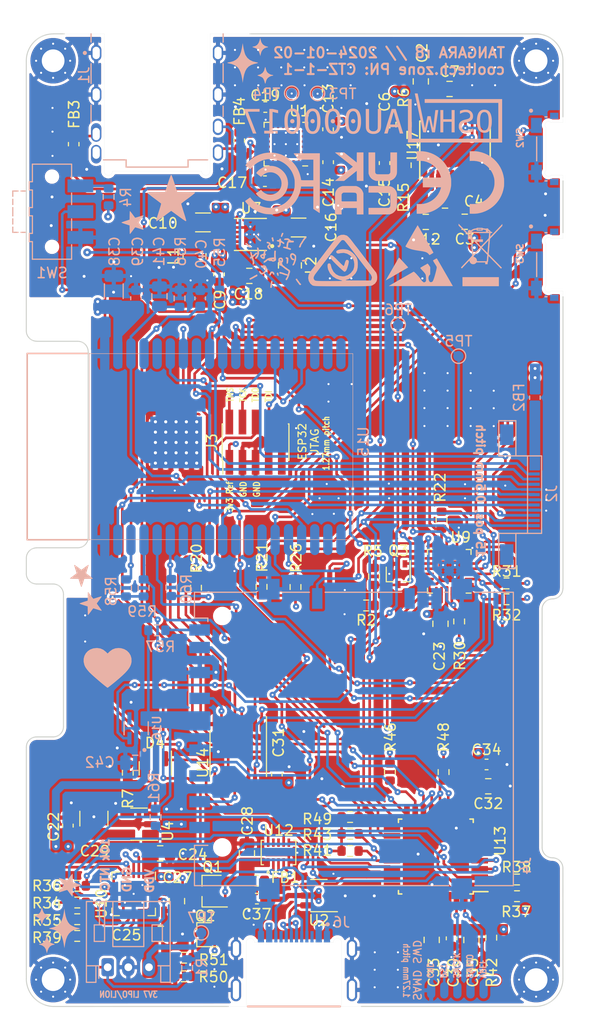
<source format=kicad_pcb>
(kicad_pcb (version 20221018) (generator pcbnew)

  (general
    (thickness 1.566672)
  )

  (paper "A4")
  (title_block
    (comment 4 "AISLER Project ID: ATEUINQR")
  )

  (layers
    (0 "F.Cu" signal)
    (1 "In1.Cu" signal)
    (2 "In2.Cu" signal)
    (31 "B.Cu" signal)
    (32 "B.Adhes" user "B.Adhesive")
    (33 "F.Adhes" user "F.Adhesive")
    (34 "B.Paste" user)
    (35 "F.Paste" user)
    (36 "B.SilkS" user "B.Silkscreen")
    (37 "F.SilkS" user "F.Silkscreen")
    (38 "B.Mask" user)
    (39 "F.Mask" user)
    (40 "Dwgs.User" user "User.Drawings")
    (41 "Cmts.User" user "User.Comments")
    (42 "Eco1.User" user "User.Eco1")
    (43 "Eco2.User" user "User.Eco2")
    (44 "Edge.Cuts" user)
    (45 "Margin" user)
    (46 "B.CrtYd" user "B.Courtyard")
    (47 "F.CrtYd" user "F.Courtyard")
    (48 "B.Fab" user)
    (49 "F.Fab" user)
    (50 "User.1" user)
    (51 "User.2" user)
    (52 "User.3" user)
    (53 "User.4" user)
    (54 "User.5" user)
    (55 "User.6" user)
    (56 "User.7" user)
    (57 "User.8" user)
    (58 "User.9" user)
  )

  (setup
    (stackup
      (layer "F.SilkS" (type "Top Silk Screen") (color "White"))
      (layer "F.Paste" (type "Top Solder Paste"))
      (layer "F.Mask" (type "Top Solder Mask") (color "Purple") (thickness 0.0254))
      (layer "F.Cu" (type "copper") (thickness 0.04318))
      (layer "dielectric 1" (type "prepreg") (thickness 0.202184) (material "FR408-HR") (epsilon_r 3.69) (loss_tangent 0.0091))
      (layer "In1.Cu" (type "copper") (thickness 0.017272))
      (layer "dielectric 2" (type "core") (thickness 0.9906) (material "FR408-HR") (epsilon_r 3.69) (loss_tangent 0.0091))
      (layer "In2.Cu" (type "copper") (thickness 0.017272))
      (layer "dielectric 3" (type "prepreg") (thickness 0.202184) (material "FR408-HR") (epsilon_r 3.69) (loss_tangent 0.0091))
      (layer "B.Cu" (type "copper") (thickness 0.04318))
      (layer "B.Mask" (type "Bottom Solder Mask") (color "Purple") (thickness 0.0254))
      (layer "B.Paste" (type "Bottom Solder Paste"))
      (layer "B.SilkS" (type "Bottom Silk Screen") (color "White"))
      (copper_finish "None")
      (dielectric_constraints no)
    )
    (pad_to_mask_clearance 0)
    (aux_axis_origin 117.25 51)
    (pcbplotparams
      (layerselection 0x00010fc_ffffffff)
      (plot_on_all_layers_selection 0x0000000_00000000)
      (disableapertmacros false)
      (usegerberextensions true)
      (usegerberattributes true)
      (usegerberadvancedattributes true)
      (creategerberjobfile true)
      (dashed_line_dash_ratio 12.000000)
      (dashed_line_gap_ratio 3.000000)
      (svgprecision 6)
      (plotframeref false)
      (viasonmask false)
      (mode 1)
      (useauxorigin false)
      (hpglpennumber 1)
      (hpglpenspeed 20)
      (hpglpendiameter 15.000000)
      (dxfpolygonmode true)
      (dxfimperialunits true)
      (dxfusepcbnewfont true)
      (psnegative false)
      (psa4output false)
      (plotreference true)
      (plotvalue true)
      (plotinvisibletext false)
      (sketchpadsonfab false)
      (subtractmaskfromsilk false)
      (outputformat 1)
      (mirror false)
      (drillshape 0)
      (scaleselection 1)
      (outputdirectory "gerbers2")
    )
  )

  (net 0 "")
  (net 1 "GND")
  (net 2 "/ESP_EN")
  (net 3 "BAT_LEVEL")
  (net 4 "SYS_POWER")
  (net 5 "USB.DP")
  (net 6 "USB.DN")
  (net 7 "3.5mm_DETECT")
  (net 8 "/JTAG.TMS")
  (net 9 "/JTAG.TCK")
  (net 10 "/JTAG.TDO")
  (net 11 "/JTAG.TDI")
  (net 12 "/SWD.SWDIO")
  (net 13 "/SWD.SWCLK")
  (net 14 "/SWD.RESET")
  (net 15 "/Power/NTC")
  (net 16 "~{CHG_PWR_OK}")
  (net 17 "I2C.SCL")
  (net 18 "VBUS")
  (net 19 "I2C.SDA")
  (net 20 "ESP_SPI.PICO")
  (net 21 "unconnected-(U9-IO0_5-Pad6)")
  (net 22 "ESP_SPI.SCLK")
  (net 23 "ESP_SPI.DISPLAY_CS")
  (net 24 "DISPLAY_LED_EN")
  (net 25 "/ESP_BOOT")
  (net 26 "~{SD_VDD_EN}")
  (net 27 "/UART.ESP.TX")
  (net 28 "ESP_SPI.POCI")
  (net 29 "DAC.DATA")
  (net 30 "DAC.BCK")
  (net 31 "ESP_SPI.SD_CS")
  (net 32 "DAC.LRCK")
  (net 33 "SAMD_SPI.POCI")
  (net 34 "/UART.ESP.RX")
  (net 35 "SAMD_SPI.CS")
  (net 36 "SAMD_SPI.PICO")
  (net 37 "/~{SAMD_INT}")
  (net 38 "SAMD_SPI.SCLK")
  (net 39 "CHG_SEL")
  (net 40 "AMP_EN")
  (net 41 "/Power/VBUS_SWITCHED")
  (net 42 "~{GPIO_INT}")
  (net 43 "USB_TCC0")
  (net 44 "USB_TCC1")
  (net 45 "KEY_LOCK")
  (net 46 "CHG_STAT1")
  (net 47 "CHG_STAT2")
  (net 48 "~{TOUCH_INT}")
  (net 49 "DISPLAY_DR")
  (net 50 "+3V3")
  (net 51 "+5VA")
  (net 52 "-5VA")
  (net 53 "KEY_VOL_UP")
  (net 54 "Net-(J7-Pin_3)")
  (net 55 "Net-(U1B-+)")
  (net 56 "KEY_VOL_DOWN")
  (net 57 "Net-(J4-CD{slash}DAT3)")
  (net 58 "Net-(J4-CMD)")
  (net 59 "Net-(J4-CLK)")
  (net 60 "Net-(J4-DAT0)")
  (net 61 "Net-(J4-DAT1)")
  (net 62 "Net-(J4-DAT2)")
  (net 63 "unconnected-(J1-Pad6)")
  (net 64 "Net-(J6-CC1)")
  (net 65 "Net-(U13-VDDCORE)")
  (net 66 "unconnected-(J3-UART_TX-Pad7)")
  (net 67 "unconnected-(J3-UART_RX-Pad9)")
  (net 68 "unconnected-(J3-nRst-Pad10)")
  (net 69 "unconnected-(J6-SBU1-PadA8)")
  (net 70 "unconnected-(J6-SBU2-PadB8)")
  (net 71 "Net-(U7-SWN)")
  (net 72 "Net-(U7-SWP)")
  (net 73 "Net-(Q1-G)")
  (net 74 "Net-(U1A-+)")
  (net 75 "Net-(U1A--)")
  (net 76 "Net-(C17-Pad2)")
  (net 77 "Net-(U1B--)")
  (net 78 "Net-(C19-Pad2)")
  (net 79 "Net-(U14E-~{OE})")
  (net 80 "Net-(U14E-S)")
  (net 81 "SYS_PWR_EN_SAMD")
  (net 82 "Net-(U10-CE)")
  (net 83 "Net-(U10-PROG3)")
  (net 84 "Net-(U10-PROG2)")
  (net 85 "Net-(U10-PROG1)")
  (net 86 "unconnected-(U1C-NC-Pad4)")
  (net 87 "unconnected-(U1-Pad6)")
  (net 88 "unconnected-(U1-Pad7)")
  (net 89 "unconnected-(U1-Pad8)")
  (net 90 "unconnected-(U1C-NC-Pad15)")
  (net 91 "unconnected-(U12-ORIENT-Pad8)")
  (net 92 "unconnected-(U12-SWMONI-Pad9)")
  (net 93 "unconnected-(U15-I39{slash}NOINT-Pad5)")
  (net 94 "unconnected-(U15-SHD{slash}SD2-Pad17)")
  (net 95 "unconnected-(U15-SWP{slash}SD3-Pad18)")
  (net 96 "unconnected-(U15-SCS{slash}CMD-Pad19)")
  (net 97 "unconnected-(U15-SCK{slash}CLK-Pad20)")
  (net 98 "unconnected-(U15-SDO{slash}SD0-Pad21)")
  (net 99 "unconnected-(U15-SDI{slash}SD1-Pad22)")
  (net 100 "unconnected-(U15-IO16-Pad27)")
  (net 101 "unconnected-(U15-IO17-Pad28)")
  (net 102 "unconnected-(U15-NC-Pad32)")
  (net 103 "Net-(J2-Pin_13)")
  (net 104 "Net-(FB3-Pad2)")
  (net 105 "Net-(FB4-Pad2)")
  (net 106 "Net-(J4-VDD)")
  (net 107 "unconnected-(U16-NC-Pad4)")
  (net 108 "Net-(SW1-C)")
  (net 109 "Net-(Q1-S)")
  (net 110 "DAC.MCK")
  (net 111 "SD_CD")
  (net 112 "Net-(U17-CPCA)")
  (net 113 "Net-(U17-CPCB)")
  (net 114 "unconnected-(U1-Pad1)")
  (net 115 "Net-(U17-VMID)")
  (net 116 "Net-(U17-CPVOUTN)")
  (net 117 "unconnected-(U1-Pad23)")
  (net 118 "Net-(U17-LINEVOUTL)")
  (net 119 "Net-(U17-LINEVOUTR)")
  (net 120 "unconnected-(U1-Pad24)")
  (net 121 "unconnected-(U17-ZFLAG-Pad7)")
  (net 122 "unconnected-(U9-IO0_6-Pad7)")
  (net 123 "Net-(Q3-G)")
  (net 124 "unconnected-(U9-IO1_5-Pad15)")
  (net 125 "unconnected-(U9-IO1_6-Pad16)")
  (net 126 "unconnected-(U9-IO1_7-Pad17)")
  (net 127 "Net-(U4-EN)")
  (net 128 "unconnected-(U4-NC-Pad4)")
  (net 129 "unconnected-(U13-PA06-Pad7)")
  (net 130 "unconnected-(U13-PA27-Pad25)")
  (net 131 "unconnected-(U13-PA28-Pad27)")
  (net 132 "Net-(Q2-D)")
  (net 133 "Net-(J6-CC2)")
  (net 134 "unconnected-(U13-PA07-Pad8)")
  (net 135 "unconnected-(U9-IO1_3-Pad13)")
  (net 136 "Net-(J6-DP-PadA6)")
  (net 137 "Net-(J6-DN-PadA7)")
  (net 138 "AMP_MUTE")

  (footprint "Package_TO_SOT_SMD:TSOT-23" (layer "F.Cu") (at 135.476849 134.455179 180))

  (footprint "Package_TO_SOT_SMD:SOT-23-5" (layer "F.Cu") (at 128.415497 127.954481 180))

  (footprint "footprints:MountingHole_2.2mm_M2_Pad_Via2" (layer "F.Cu") (at 166.9 143))

  (footprint "Inductor_SMD:L_1008_2520Metric" (layer "F.Cu") (at 133.801417 72.973879 90))

  (footprint "Capacitor_SMD:C_0805_2012Metric" (layer "F.Cu") (at 130.473198 130.774567))

  (footprint "Resistor_SMD:R_0603_1608Metric" (layer "F.Cu") (at 122.434189 137.149989 180))

  (footprint "Resistor_SMD:R_0603_1608Metric" (layer "F.Cu") (at 151.198456 103.968297 -90))

  (footprint "footprints:QFN-20-1EP_4x4mm_P0.5mm_EP2.5x2.5mm_ThermalVias2" (layer "F.Cu") (at 127.902083 134.695156 -90))

  (footprint "Capacitor_SMD:C_0805_2012Metric" (layer "F.Cu") (at 130.529632 138.571066))

  (footprint "Capacitor_SMD:C_0603_1608Metric" (layer "F.Cu") (at 152.216943 60.416276 -90))

  (footprint "Package_DFN_QFN:HVQFN-24-1EP_4x4mm_P0.5mm_EP2.1x2.1mm" (layer "F.Cu") (at 158.484595 103.47166 180))

  (footprint "Package_TO_SOT_SMD:SOT-23" (layer "F.Cu") (at 130.000805 122.549717 -90))

  (footprint "Resistor_SMD:R_0603_1608Metric" (layer "F.Cu") (at 148.873745 127.25515))

  (footprint "Capacitor_SMD:C_0603_1608Metric" (layer "F.Cu") (at 136.172745 74.724126 -90))

  (footprint "Resistor_SMD:R_0603_1608Metric" (layer "F.Cu") (at 165.049071 134.922126 180))

  (footprint "Resistor_SMD:R_0603_1608Metric" (layer "F.Cu") (at 159.445045 108.327463 90))

  (footprint "Capacitor_SMD:C_0603_1608Metric" (layer "F.Cu") (at 121.530086 128.089529 90))

  (footprint "Package_TO_SOT_SMD:SOT-323_SC-70" (layer "F.Cu") (at 153.539681 103.751753 -90))

  (footprint "Capacitor_SMD:C_0603_1608Metric" (layer "F.Cu") (at 146.738191 60.685697 -90))

  (footprint "Resistor_SMD:R_0603_1608Metric" (layer "F.Cu") (at 165.050103 133.305697 180))

  (footprint "Capacitor_SMD:C_0603_1608Metric" (layer "F.Cu") (at 152.216095 63.952058 90))

  (footprint "footprints:BD91N01NUX-E2" (layer "F.Cu") (at 141.938445 130.694772 90))

  (footprint "Capacitor_SMD:C_0805_2012Metric" (layer "F.Cu") (at 159.982062 69.634671 180))

  (footprint "Resistor_SMD:R_0603_1608Metric" (layer "F.Cu") (at 122.434189 138.766966 180))

  (footprint "Capacitor_SMD:C_0805_2012Metric" (layer "F.Cu") (at 156.782387 139.153476 90))

  (footprint "Inductor_SMD:L_0603_1608Metric" (layer "F.Cu") (at 139.793489 133.408759 180))

  (footprint "Resistor_SMD:R_0603_1608Metric" (layer "F.Cu") (at 148.873745 130.546956))

  (footprint "Resistor_SMD:R_0805_2012Metric" (layer "F.Cu") (at 154.05507 60.232017 -90))

  (footprint "Capacitor_SMD:C_0603_1608Metric" (layer "F.Cu") (at 140.620589 65.704592 180))

  (footprint "Capacitor_SMD:C_0805_2012Metric" (layer "F.Cu") (at 132.103885 135.401996 -90))

  (footprint "Capacitor_SMD:C_0603_1608Metric" (layer "F.Cu") (at 139.845147 135.157118 180))

  (footprint "Resistor_SMD:R_0603_1608Metric" (layer "F.Cu") (at 157.736387 98.523188 90))

  (footprint "Capacitor_SMD:C_0805_2012Metric" (layer "F.Cu") (at 139.111897 74.874786))

  (footprint "Resistor_SMD:R_0603_1608Metric" (layer "F.Cu") (at 122.439406 135.533013))

  (footprint "Resistor_SMD:R_0603_1608Metric" (layer "F.Cu") (at 132.78644 140.877326))

  (footprint "Inductor_SMD:L_1008_2520Metric" (layer "F.Cu") (at 143.044904 73.86026 -90))

  (footprint "Capacitor_SMD:C_0805_2012Metric" (layer "F.Cu") (at 156.207041 69.648592 180))

  (footprint "Capacitor_SMD:C_0805_2012Metric" (layer "F.Cu") (at 158.07357 67.582319 180))

  (footprint "Resistor_SMD:R_0603_1608Metric" (layer "F.Cu") (at 162.554135 138.938126 -90))

  (footprint "Package_SO:TSSOP-16_4.4x5mm_P0.65mm" (layer "F.Cu") (at 138.037154 121.127252 -90))

  (footprint "Capacitor_SMD:C_0805_2012Metric" (layer "F.Cu") (at 158.513691 56.778764))

  (footprint "Inductor_SMD:L_0603_1608Metric" (layer "F.Cu") (at 138.136435 61.76766 -90))

  (footprint "Resistor_SMD:R_0603_1608Metric" (layer "F.Cu") (at 133.941895 105.064074 90))

  (footprint "NetTie:NetTie-2_SMD_Pad0.5mm" (layer "F.Cu") (at 146.902022 104.10454 -90))

  (footprint "Resistor_SMD:R_0603_1608Metric" (layer "F.Cu") (at 143.585559 104.993281 90))

  (footprint "Resistor_SMD:R_0603_1608Metric" (layer "F.Cu") (at 140.296114 104.976392 90))

  (footprint "Package_TO_SOT_SMD:SOT-23-6" (layer "F.Cu")
    (tstamp 98c16f2b-77bb-43d5-908d-2856eeb3b2ec)
    (at 145.845749 134.861076 180)
    (descr "SOT, 6 Pin (https://www.jedec.org/sites/default/files/docs/Mo-178c.PDF variant AB), generated with kicad-footprint-generator ipc_gullwing_generator.py")
    (tags "SOT TO_SOT_SMD")
    (property "MPN" "USBLC6-2SC6")
    (property "Sheetfile" "power.kicad_sch")
    (property "Sheetname" "Power")
    (property "ki_description" "Very low capacitance ESD protection diode, 2 data-line, SOT-23-6")
   
... [3672322 chars truncated]
</source>
